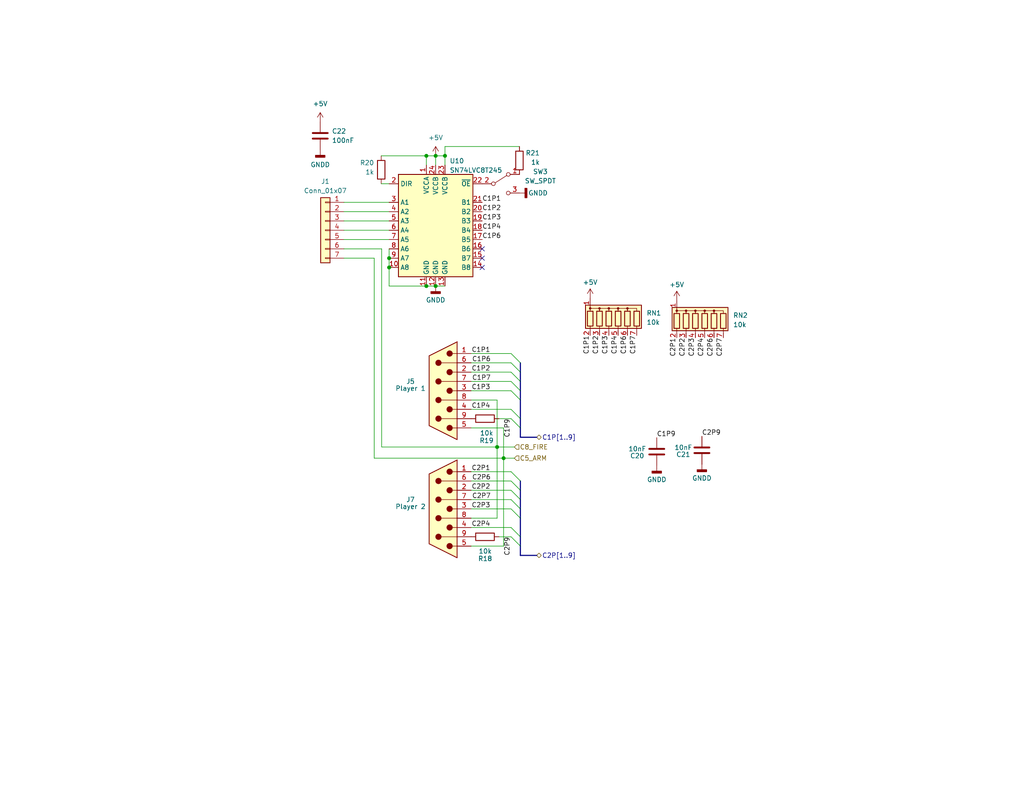
<source format=kicad_sch>
(kicad_sch (version 20230121) (generator eeschema)
  (paper "USLetter")
  (title_block (title "Mini Colecovision") (date "2024-03-25") (rev "1.0.0") (company "sparkletron") (comment 1 "Jay Convertino") (comment 2 "MIT LICENSE") (comment 3 "TARGET: Portable"))
  (lib_symbols
    (symbol "Connector:DB9_Male" (pin_names (offset 1.016) hide)
      (property "Reference" "J" (at 0 13.97 0))
      (property "Value" "DB9_Male" (at 0 -14.605 0))
      (symbol "DB9_Male_0_1"
        (circle (center -1.778 -10.16) (radius 0.762) (fill (type outline)))
        (circle (center -1.778 -5.08) (radius 0.762) (fill (type outline)))
        (circle (center -1.778 0) (radius 0.762) (fill (type outline)))
        (circle (center -1.778 5.08) (radius 0.762) (fill (type outline)))
        (circle (center -1.778 10.16) (radius 0.762) (fill (type outline)))
        (polyline (pts (xy -3.81 -10.16) (xy -2.54 -10.16)))
        (polyline (pts (xy -3.81 -7.62) (xy 0.508 -7.62)))
        (polyline (pts (xy -3.81 -5.08) (xy -2.54 -5.08)))
        (polyline (pts (xy -3.81 -2.54) (xy 0.508 -2.54)))
        (polyline (pts (xy -3.81 0) (xy -2.54 0)))
        (polyline (pts (xy -3.81 2.54) (xy 0.508 2.54)))
        (polyline (pts (xy -3.81 5.08) (xy -2.54 5.08)))
        (polyline (pts (xy -3.81 7.62) (xy 0.508 7.62)))
        (polyline (pts (xy -3.81 10.16) (xy -2.54 10.16)))
        (polyline (pts (xy -3.81 -13.335) (xy -3.81 13.335) (xy 3.81 9.525) (xy 3.81 -9.525) (xy -3.81 -13.335)) (stroke (width 0.254)) (fill (type background)))
        (circle (center 1.27 -7.62) (radius 0.762) (fill (type outline)))
        (circle (center 1.27 -2.54) (radius 0.762) (fill (type outline)))
        (circle (center 1.27 2.54) (radius 0.762) (fill (type outline)))
        (circle (center 1.27 7.62) (radius 0.762) (fill (type outline)))
      )
      (symbol "DB9_Male_1_1"
        (pin passive line (at -7.62 -10.16 0) (length 3.81) (name "1") (number "1"))
        (pin passive line (at -7.62 -5.08 0) (length 3.81) (name "2") (number "2"))
        (pin passive line (at -7.62 0 0) (length 3.81) (name "3") (number "3"))
        (pin passive line (at -7.62 5.08 0) (length 3.81) (name "4") (number "4"))
        (pin passive line (at -7.62 10.16 0) (length 3.81) (name "5") (number "5"))
        (pin passive line (at -7.62 -7.62 0) (length 3.81) (name "6") (number "6"))
        (pin passive line (at -7.62 -2.54 0) (length 3.81) (name "7") (number "7"))
        (pin passive line (at -7.62 2.54 0) (length 3.81) (name "8") (number "8"))
        (pin passive line (at -7.62 7.62 0) (length 3.81) (name "9") (number "9"))
      )
    )
    (symbol "Connector_Generic:Conn_01x07" (pin_names (offset 1.016) hide)
      (property "Reference" "J" (at 0 10.16 0))
      (property "Value" "Conn_01x07" (at 0 -10.16 0))
      (symbol "Conn_01x07_1_1"
        (rectangle (start -1.27 -7.493) (end 0 -7.747) (stroke (width 0.1524)))
        (rectangle (start -1.27 -4.953) (end 0 -5.207) (stroke (width 0.1524)))
        (rectangle (start -1.27 -2.413) (end 0 -2.667) (stroke (width 0.1524)))
        (rectangle (start -1.27 0.127) (end 0 -0.127) (stroke (width 0.1524)))
        (rectangle (start -1.27 2.667) (end 0 2.413) (stroke (width 0.1524)))
        (rectangle (start -1.27 5.207) (end 0 4.953) (stroke (width 0.1524)))
        (rectangle (start -1.27 7.747) (end 0 7.493) (stroke (width 0.1524)))
        (rectangle (start -1.27 8.89) (end 1.27 -8.89) (stroke (width 0.254)) (fill (type background)))
        (pin passive line (at -5.08 7.62 0) (length 3.81) (name "Pin_1") (number "1"))
        (pin passive line (at -5.08 5.08 0) (length 3.81) (name "Pin_2") (number "2"))
        (pin passive line (at -5.08 2.54 0) (length 3.81) (name "Pin_3") (number "3"))
        (pin passive line (at -5.08 0 0) (length 3.81) (name "Pin_4") (number "4"))
        (pin passive line (at -5.08 -2.54 0) (length 3.81) (name "Pin_5") (number "5"))
        (pin passive line (at -5.08 -5.08 0) (length 3.81) (name "Pin_6") (number "6"))
        (pin passive line (at -5.08 -7.62 0) (length 3.81) (name "Pin_7") (number "7"))
      )
    )
    (symbol "Device:C" (pin_numbers hide) (pin_names (offset 0.254))
      (property "Reference" "C" (at 0.635 2.54 0))
      (property "Value" "C" (at 0.635 -2.54 0))
      (symbol "C_0_1"
        (polyline (pts (xy -2.032 -0.762) (xy 2.032 -0.762)) (stroke (width 0.508)))
        (polyline (pts (xy -2.032 0.762) (xy 2.032 0.762)) (stroke (width 0.508)))
      )
      (symbol "C_1_1"
        (pin passive line (at 0 3.81 270) (length 2.794) (name "~") (number "1"))
        (pin passive line (at 0 -3.81 90) (length 2.794) (name "~") (number "2"))
      )
    )
    (symbol "Device:R" (pin_numbers hide) (pin_names (offset 0))
      (property "Reference" "R" (at 2.032 0 90))
      (property "Value" "R" (at 0 0 90))
      (symbol "R_0_1"
        (rectangle (start -1.016 -2.54) (end 1.016 2.54) (stroke (width 0.254)))
      )
      (symbol "R_1_1"
        (pin passive line (at 0 3.81 270) (length 1.27) (name "~") (number "1"))
        (pin passive line (at 0 -3.81 90) (length 1.27) (name "~") (number "2"))
      )
    )
    (symbol "Device:R_Network06" (pin_names (offset 0) hide)
      (property "Reference" "RN" (at -10.16 0 90))
      (property "Value" "R_Network06" (at 7.62 0 90))
      (symbol "R_Network06_0_1"
        (rectangle (start -8.89 -3.175) (end 6.35 3.175) (stroke (width 0.254)) (fill (type background)))
        (rectangle (start -8.382 1.524) (end -6.858 -2.54) (stroke (width 0.254)))
        (circle (center -7.62 2.286) (radius 0.254) (fill (type outline)))
        (rectangle (start -5.842 1.524) (end -4.318 -2.54) (stroke (width 0.254)))
        (circle (center -5.08 2.286) (radius 0.254) (fill (type outline)))
        (rectangle (start -3.302 1.524) (end -1.778 -2.54) (stroke (width 0.254)))
        (circle (center -2.54 2.286) (radius 0.254) (fill (type outline)))
        (rectangle (start -0.762 1.524) (end 0.762 -2.54) (stroke (width 0.254)))
        (polyline (pts (xy -7.62 -2.54) (xy -7.62 -3.81)))
        (polyline (pts (xy -5.08 -2.54) (xy -5.08 -3.81)))
        (polyline (pts (xy -2.54 -2.54) (xy -2.54 -3.81)))
        (polyline (pts (xy 0 -2.54) (xy 0 -3.81)))
        (polyline (pts (xy 2.54 -2.54) (xy 2.54 -3.81)))
        (polyline (pts (xy 5.08 -2.54) (xy 5.08 -3.81)))
        (polyline (pts (xy -7.62 1.524) (xy -7.62 2.286) (xy -5.08 2.286) (xy -5.08 1.524)))
        (polyline (pts (xy -5.08 1.524) (xy -5.08 2.286) (xy -2.54 2.286) (xy -2.54 1.524)))
        (polyline (pts (xy -2.54 1.524) (xy -2.54 2.286) (xy 0 2.286) (xy 0 1.524)))
        (polyline (pts (xy 0 1.524) (xy 0 2.286) (xy 2.54 2.286) (xy 2.54 1.524)))
        (polyline (pts (xy 2.54 1.524) (xy 2.54 2.286) (xy 5.08 2.286) (xy 5.08 1.524)))
        (circle (center 0 2.286) (radius 0.254) (fill (type outline)))
        (rectangle (start 1.778 1.524) (end 3.302 -2.54) (stroke (width 0.254)))
        (circle (center 2.54 2.286) (radius 0.254) (fill (type outline)))
        (rectangle (start 4.318 1.524) (end 5.842 -2.54) (stroke (width 0.254)))
      )
      (symbol "R_Network06_1_1"
        (pin passive line (at -7.62 5.08 270) (length 2.54) (name "common") (number "1"))
        (pin passive line (at -7.62 -5.08 90) (length 1.27) (name "R1") (number "2"))
        (pin passive line (at -5.08 -5.08 90) (length 1.27) (name "R2") (number "3"))
        (pin passive line (at -2.54 -5.08 90) (length 1.27) (name "R3") (number "4"))
        (pin passive line (at 0 -5.08 90) (length 1.27) (name "R4") (number "5"))
        (pin passive line (at 2.54 -5.08 90) (length 1.27) (name "R5") (number "6"))
        (pin passive line (at 5.08 -5.08 90) (length 1.27) (name "R6") (number "7"))
      )
    )
    (symbol "Logic_Level_Translator:SN74LVC8T245"
      (property "Reference" "U" (at -8.89 13.97 0))
      (property "Value" "SN74LVC8T245" (at 12.7 13.97 0))
      (symbol "SN74LVC8T245_0_1"
        (rectangle (start -10.16 12.7) (end 10.16 -15.24) (stroke (width 0.254)) (fill (type background)))
      )
      (symbol "SN74LVC8T245_1_1"
        (pin power_in line (at -2.54 15.24 270) (length 2.54) (name "VCCA") (number "1"))
        (pin bidirectional line (at -12.7 -12.7 0) (length 2.54) (name "A8") (number "10"))
        (pin power_in line (at -2.54 -17.78 90) (length 2.54) (name "GND") (number "11"))
        (pin passive line (at 0 -17.78 90) (length 2.54) hide (name "GND") (number "12"))
        (pin power_in line (at 0 -17.78 90) (length 2.54) (name "GND") (number "12"))
        (pin passive line (at 0 -17.78 90) (length 2.54) hide (name "GND") (number "13"))
        (pin power_in line (at 2.54 -17.78 90) (length 2.54) (name "GND") (number "13"))
        (pin bidirectional line (at 12.7 -12.7 180) (length 2.54) (name "B8") (number "14"))
        (pin bidirectional line (at 12.7 -10.16 180) (length 2.54) (name "B7") (number "15"))
        (pin bidirectional line (at 12.7 -7.62 180) (length 2.54) (name "B6") (number "16"))
        (pin bidirectional line (at 12.7 -5.08 180) (length 2.54) (name "B5") (number "17"))
        (pin bidirectional line (at 12.7 -2.54 180) (length 2.54) (name "B4") (number "18"))
        (pin bidirectional line (at 12.7 0 180) (length 2.54) (name "B3") (number "19"))
        (pin input line (at -12.7 10.16 0) (length 2.54) (name "DIR") (number "2"))
        (pin bidirectional line (at 12.7 2.54 180) (length 2.54) (name "B2") (number "20"))
        (pin bidirectional line (at 12.7 5.08 180) (length 2.54) (name "B1") (number "21"))
        (pin input line (at 12.7 10.16 180) (length 2.54) (name "~{OE}") (number "22"))
        (pin power_in line (at 2.54 15.24 270) (length 2.54) (name "VCCB") (number "23"))
        (pin power_in line (at 0 15.24 270) (length 2.54) (name "VCCB") (number "24"))
        (pin bidirectional line (at -12.7 5.08 0) (length 2.54) (name "A1") (number "3"))
        (pin bidirectional line (at -12.7 2.54 0) (length 2.54) (name "A2") (number "4"))
        (pin bidirectional line (at -12.7 0 0) (length 2.54) (name "A3") (number "5"))
        (pin bidirectional line (at -12.7 -2.54 0) (length 2.54) (name "A4") (number "6"))
        (pin bidirectional line (at -12.7 -5.08 0) (length 2.54) (name "A5") (number "7"))
        (pin bidirectional line (at -12.7 -7.62 0) (length 2.54) (name "A6") (number "8"))
        (pin bidirectional line (at -12.7 -10.16 0) (length 2.54) (name "A7") (number "9"))
      )
    )
    (symbol "Switch:SW_SPDT" (pin_names (offset 0) hide)
      (property "Reference" "SW" (at 0 4.318 0))
      (property "Value" "SW_SPDT" (at 0 -5.08 0))
      (symbol "SW_SPDT_0_0"
        (circle (center -2.032 0) (radius 0.508))
        (circle (center 2.032 -2.54) (radius 0.508))
      )
      (symbol "SW_SPDT_0_1"
        (polyline (pts (xy -1.524 0.254) (xy 1.651 2.286)))
        (circle (center 2.032 2.54) (radius 0.508))
      )
      (symbol "SW_SPDT_1_1"
        (pin passive line (at 5.08 2.54 180) (length 2.54) (name "A") (number "1"))
        (pin passive line (at -5.08 0 0) (length 2.54) (name "B") (number "2"))
        (pin passive line (at 5.08 -2.54 180) (length 2.54) (name "C") (number "3"))
      )
    )
    (symbol "power:+5V" (power) (pin_names (offset 0))
      (property "Value" "+5V" (at 0 3.556 0))
      (symbol "+5V_0_1"
        (polyline (pts (xy -0.762 1.27) (xy 0 2.54)))
        (polyline (pts (xy 0 0) (xy 0 2.54)))
        (polyline (pts (xy 0 2.54) (xy 0.762 1.27)))
      )
      (symbol "+5V_1_1"
        (pin power_in line (at 0 0 90) (length 0) hide (name "+5V") (number "1"))
      )
    )
    (symbol "power:GNDD" (power) (pin_names (offset 0))
      (property "Value" "GNDD" (at 0 -3.175 0))
      (symbol "GNDD_0_1"
        (rectangle (start -1.27 -1.524) (end 1.27 -2.032) (stroke (width 0.254)) (fill (type outline)))
        (polyline (pts (xy 0 0) (xy 0 -1.524)))
      )
      (symbol "GNDD_1_1"
        (pin power_in line (at 0 0 270) (length 0) hide (name "GNDD") (number "1"))
      )
    )
  )
  (junction (at 137.414 125.095))
  (junction (at 106.172 73.025))
  (junction (at 116.332 42.545))
  (junction (at 135.636 122.047))
  (junction (at 118.872 78.105))
  (junction (at 116.332 78.105))
  (junction (at 106.172 70.485))
  (junction (at 121.412 42.545))
  (junction (at 118.872 42.545))
  (no_connect (at 131.572 67.945))
  (no_connect (at 131.572 73.025))
  (no_connect (at 131.572 70.485))
  (bus_entry (at 139.446 99.06) (size 2.54 2.54))
  (bus_entry (at 139.446 96.52) (size 2.54 2.54))
  (bus_entry (at 139.446 138.938) (size 2.54 2.54))
  (bus_entry (at 139.446 101.6) (size 2.54 2.54))
  (bus_entry (at 139.446 106.68) (size 2.54 2.54))
  (bus_entry (at 139.446 136.398) (size 2.54 2.54))
  (bus_entry (at 139.446 104.14) (size 2.54 2.54))
  (bus_entry (at 139.446 144.018) (size 2.54 2.54))
  (bus_entry (at 139.446 114.3) (size 2.54 2.54))
  (bus_entry (at 139.446 133.858) (size 2.54 2.54))
  (bus_entry (at 139.446 111.76) (size 2.54 2.54))
  (bus_entry (at 139.446 128.778) (size 2.54 2.54))
  (bus_entry (at 139.446 131.318) (size 2.54 2.54))
  (bus_entry (at 139.446 146.558) (size 2.54 2.54))
  (wire (pts (xy 141.732 40.005) (xy 121.412 40.005)))
  (bus (pts (xy 141.986 133.858) (xy 141.986 136.398)))
  (bus (pts (xy 141.986 136.398) (xy 141.986 138.938)))
  (wire (pts (xy 128.524 144.018) (xy 139.446 144.018)))
  (wire (pts (xy 106.172 67.945) (xy 106.172 70.485)))
  (wire (pts (xy 116.332 78.105) (xy 118.872 78.105)))
  (wire (pts (xy 128.524 116.84) (xy 137.414 116.84)))
  (wire (pts (xy 102.108 125.095) (xy 102.108 70.485)))
  (bus (pts (xy 141.986 109.22) (xy 141.986 114.3)))
  (wire (pts (xy 116.332 42.545) (xy 116.332 45.085)))
  (wire (pts (xy 128.524 131.318) (xy 139.446 131.318)))
  (wire (pts (xy 104.14 67.945) (xy 104.14 122.047)))
  (wire (pts (xy 135.636 109.22) (xy 135.636 122.047)))
  (wire (pts (xy 128.524 101.6) (xy 139.446 101.6)))
  (bus (pts (xy 141.986 104.14) (xy 141.986 106.68)))
  (bus (pts (xy 141.986 131.318) (xy 141.986 133.858)))
  (wire (pts (xy 135.636 122.047) (xy 135.636 141.478)))
  (wire (pts (xy 121.412 40.005) (xy 121.412 42.545)))
  (wire (pts (xy 93.853 60.325) (xy 106.172 60.325)))
  (wire (pts (xy 128.524 111.76) (xy 139.446 111.76)))
  (wire (pts (xy 128.524 141.478) (xy 135.636 141.478)))
  (bus (pts (xy 141.986 101.6) (xy 141.986 104.14)))
  (bus (pts (xy 141.986 151.638) (xy 146.431 151.638)))
  (bus (pts (xy 141.986 146.558) (xy 141.986 149.098)))
  (bus (pts (xy 141.986 119.38) (xy 146.431 119.38)))
  (wire (pts (xy 128.524 133.858) (xy 139.446 133.858)))
  (wire (pts (xy 93.853 57.785) (xy 106.172 57.785)))
  (bus (pts (xy 141.986 149.098) (xy 141.986 151.638)))
  (bus (pts (xy 141.986 114.3) (xy 141.986 116.84)))
  (wire (pts (xy 137.414 125.095) (xy 102.108 125.095)))
  (wire (pts (xy 137.414 116.84) (xy 137.414 125.095)))
  (wire (pts (xy 106.172 73.025) (xy 106.172 78.105)))
  (wire (pts (xy 104.14 122.047) (xy 135.636 122.047)))
  (wire (pts (xy 135.636 122.047) (xy 140.335 122.047)))
  (wire (pts (xy 104.013 50.165) (xy 106.172 50.165)))
  (wire (pts (xy 128.524 99.06) (xy 139.446 99.06)))
  (wire (pts (xy 136.144 146.558) (xy 139.446 146.558)))
  (bus (pts (xy 141.986 99.06) (xy 141.986 101.6)))
  (wire (pts (xy 128.524 104.14) (xy 139.446 104.14)))
  (wire (pts (xy 116.332 78.105) (xy 106.172 78.105)))
  (bus (pts (xy 141.986 106.68) (xy 141.986 109.22)))
  (wire (pts (xy 102.108 70.485) (xy 93.853 70.485)))
  (wire (pts (xy 128.524 106.68) (xy 139.446 106.68)))
  (bus (pts (xy 141.986 138.938) (xy 141.986 141.478)))
  (wire (pts (xy 135.636 109.22) (xy 128.524 109.22)))
  (wire (pts (xy 128.524 136.398) (xy 139.446 136.398)))
  (wire (pts (xy 137.414 125.095) (xy 137.414 149.098)))
  (wire (pts (xy 128.524 96.52) (xy 139.446 96.52)))
  (bus (pts (xy 141.986 116.84) (xy 141.986 119.38)))
  (wire (pts (xy 106.172 70.485) (xy 106.172 73.025)))
  (wire (pts (xy 121.412 42.545) (xy 121.412 45.085)))
  (wire (pts (xy 93.853 62.865) (xy 106.172 62.865)))
  (bus (pts (xy 141.986 141.478) (xy 141.986 146.558)))
  (wire (pts (xy 118.872 78.105) (xy 121.412 78.105)))
  (wire (pts (xy 93.853 65.405) (xy 106.172 65.405)))
  (wire (pts (xy 93.853 67.945) (xy 104.14 67.945)))
  (wire (pts (xy 128.524 138.938) (xy 139.446 138.938)))
  (wire (pts (xy 128.524 128.778) (xy 139.446 128.778)))
  (wire (pts (xy 116.332 42.545) (xy 118.872 42.545)))
  (wire (pts (xy 136.144 114.3) (xy 139.446 114.3)))
  (wire (pts (xy 118.872 42.545) (xy 121.412 42.545)))
  (wire (pts (xy 128.524 149.098) (xy 137.414 149.098)))
  (wire (pts (xy 93.853 55.245) (xy 106.172 55.245)))
  (wire (pts (xy 137.414 125.095) (xy 140.335 125.095)))
  (wire (pts (xy 118.872 42.545) (xy 118.872 45.085)))
  (wire (pts (xy 104.013 42.545) (xy 116.332 42.545)))
  (label "C2P1" (at 184.658 92.202 270))
  (label "C1P4" (at 128.651 111.76 0))
  (label "C1P7" (at 128.778 104.14 0))
  (label "C2P3" (at 189.738 92.202 270))
  (label "C2P1" (at 128.651 128.778 0))
  (label "C2P4" (at 192.278 92.202 270))
  (label "C1P2" (at 131.572 57.785 0))
  (label "C1P3" (at 166.116 91.567 270))
  (label "C1P2" (at 128.651 101.6 0))
  (label "C1P1" (at 128.651 96.52 0))
  (label "C2P3" (at 128.651 138.938 0))
  (label "C1P1" (at 161.036 91.567 270))
  (label "C1P6" (at 131.572 65.405 0))
  (label "C1P4" (at 131.572 62.865 0))
  (label "C1P1" (at 131.572 55.245 0))
  (label "C2P2" (at 187.198 92.202 270))
  (label "C2P4" (at 128.651 144.018 0))
  (label "C1P9" (at 179.197 119.507 0))
  (label "C1P6" (at 128.778 99.06 0))
  (label "C1P3" (at 128.651 106.68 0))
  (label "C2P9" (at 139.446 146.558 270))
  (label "C1P9" (at 139.446 114.3 270))
  (label "C2P2" (at 128.651 133.858 0))
  (label "C1P2" (at 163.576 91.567 270))
  (label "C2P7" (at 128.778 136.398 0))
  (label "C2P9" (at 191.516 119.126 0))
  (label "C2P6" (at 128.778 131.318 0))
  (label "C1P3" (at 131.572 60.325 0))
  (label "C2P6" (at 194.818 92.202 270))
  (label "C1P7" (at 173.736 91.567 270))
  (label "C1P6" (at 171.196 91.567 270))
  (label "C2P7" (at 197.358 92.202 270))
  (label "C1P4" (at 168.656 91.567 270))
  (hierarchical_label "C2P[1..9]" (shape bidirectional) (at 146.431 151.638 0))
  (hierarchical_label "C8_FIRE" (shape input) (at 140.335 122.047 0))
  (hierarchical_label "C1P[1..9]" (shape bidirectional) (at 146.431 119.38 0))
  (hierarchical_label "C5_ARM" (shape input) (at 140.335 125.095 0))
  (symbol (lib_id "power:GNDD") (at 141.732 52.705 90) (unit 1)
    (property "Reference" "#PWR081" (effects hide))
    (property "Value" "GNDD" (at 146.812 52.705 90))
  )
  (symbol (lib_id "Connector:DB9_Male") (at 120.904 138.938 180) (unit 1)
    (property "Reference" "J7" (at 112.014 136.398 0))
    (property "Value" "Player 2" (at 112.014 138.303 0))
    (property "Footprint" "Connector_Dsub:DSUB-9_Male_Horizontal_P2.77x2.84mm_EdgePinOffset7.70mm_Housed_MountingHolesOffset9.12mm" (effects hide))
    (property "Datasheet" " ~" (effects hide))
  )
  (symbol (lib_id "power:+5V") (at 161.036 81.407 0) (unit 1)
    (property "Reference" "#PWR078" (effects hide))
    (property "Value" "+5V" (at 161.036 77.089 0))
  )
  (symbol (lib_id "Device:C") (at 191.516 122.936 0) (unit 1)
    (property "Reference" "C21" (at 186.436 124.079 0))
    (property "Value" "10nF" (at 186.436 122.174 0))
    (property "Footprint" "Capacitor_THT:C_Disc_D7.0mm_W2.5mm_P5.00mm" (effects hide))
  )
  (symbol (lib_id "power:GNDD") (at 191.516 126.746 0) (unit 1)
    (property "Reference" "#PWR03" (effects hide))
    (property "Value" "GNDD" (at 191.516 130.556 0))
  )
  (symbol (lib_id "power:GNDD") (at 179.197 127.127 0) (unit 1)
    (property "Reference" "#PWR04" (effects hide))
    (property "Value" "GNDD" (at 179.197 130.937 0))
  )
  (symbol (lib_id "power:GNDD") (at 87.376 40.894 0) (unit 1)
    (property "Reference" "#PWR083" (effects hide))
    (property "Value" "GNDD" (at 87.376 44.958 0))
  )
  (symbol (lib_id "power:+5V") (at 118.872 42.545 0) (unit 1)
    (property "Reference" "#PWR080" (effects hide))
    (property "Value" "+5V" (at 118.872 37.592 0))
  )
  (symbol (lib_id "Device:R") (at 141.732 43.815 180) (unit 1)
    (property "Reference" "R21" (at 147.32 41.783 0) (effects (justify left)))
    (property "Value" "1k" (at 147.32 44.323 0) (effects (justify left)))
    (property "Footprint" "Resistor_THT:R_Axial_DIN0207_L6.3mm_D2.5mm_P10.16mm_Horizontal" (effects hide))
  )
  (symbol (lib_id "Device:R") (at 132.334 114.3 90) (unit 1)
    (property "Reference" "R19" (at 130.81 120.269 90) (effects (justify right)))
    (property "Value" "10k" (at 130.937 118.237 90) (effects (justify right)))
    (property "Footprint" "Resistor_THT:R_Axial_DIN0207_L6.3mm_D2.5mm_P10.16mm_Horizontal" (effects hide))
  )
  (symbol (lib_id "Switch:SW_SPDT") (at 136.652 50.165 0) (unit 1)
    (property "Reference" "SW3" (at 147.447 46.863 0))
    (property "Value" "SW_SPDT" (at 147.447 49.403 0))
    (property "Footprint" "Switches_THT:SW_CuK_OS102011MA1QN1_SPDT_Angled" (effects hide))
  )
  (symbol (lib_id "Device:R_Network06") (at 192.278 87.122 0) (unit 1)
    (property "Reference" "RN2" (at 200.025 86.106 0) (effects (justify left)))
    (property "Value" "10k" (at 200.025 88.646 0) (effects (justify left)))
    (property "Footprint" "Resistor_THT:R_Array_SIP7" (effects hide))
    (property "Datasheet" "http://www.vishay.com/docs/31509/csc.pdf" (effects hide))
  )
  (symbol (lib_id "power:+5V") (at 87.376 33.274 0) (unit 1)
    (property "Reference" "#PWR082" (effects hide))
    (property "Value" "+5V" (at 87.376 28.321 0))
  )
  (symbol (lib_id "Device:C") (at 179.197 123.317 0) (unit 1)
    (property "Reference" "C20" (at 173.863 124.46 0))
    (property "Value" "10nF" (at 173.863 122.555 0))
    (property "Footprint" "Capacitor_THT:C_Disc_D7.0mm_W2.5mm_P5.00mm" (effects hide))
  )
  (symbol (lib_id "Device:R_Network06") (at 168.656 86.487 0) (unit 1)
    (property "Reference" "RN1" (at 176.403 85.471 0) (effects (justify left)))
    (property "Value" "10k" (at 176.403 88.011 0) (effects (justify left)))
    (property "Footprint" "Resistor_THT:R_Array_SIP7" (effects hide))
    (property "Datasheet" "http://www.vishay.com/docs/31509/csc.pdf" (effects hide))
  )
  (symbol (lib_id "Connector_Generic:Conn_01x07") (at 88.773 62.865 0) (mirror y) (unit 1)
    (property "Reference" "J1" (at 88.773 49.53 0))
    (property "Value" "Conn_01x07" (at 88.773 52.07 0))
    (property "Footprint" "Connector_PinHeader_2.54mm:PinHeader_1x07_P2.54mm_Vertical" (effects hide))
  )
  (symbol (lib_id "Connector:DB9_Male") (at 120.904 106.68 180) (unit 1)
    (property "Reference" "J5" (at 112.014 104.14 0))
    (property "Value" "Player 1" (at 112.014 106.045 0))
    (property "Footprint" "Connector_Dsub:DSUB-9_Male_Horizontal_P2.77x2.84mm_EdgePinOffset7.70mm_Housed_MountingHolesOffset9.12mm" (effects hide))
    (property "Datasheet" " ~" (effects hide))
  )
  (symbol (lib_id "Device:C") (at 87.376 37.084 0) (unit 1)
    (property "Reference" "C22" (at 90.551 35.814 0) (effects (justify left)))
    (property "Value" "100nF" (at 90.551 38.354 0) (effects (justify left)))
    (property "Footprint" "Capacitor_SMD:C_1206_3216Metric" (effects hide))
  )
  (symbol (lib_id "Logic_Level_Translator:SN74LVC8T245") (at 118.872 60.325 0) (unit 1)
    (property "Reference" "U10" (at 122.682 43.942 0) (effects (justify left)))
    (property "Value" "SN74LVC8T245" (at 122.682 46.482 0) (effects (justify left)))
    (property "Footprint" "Package_SO:TSSOP-24_4.4x7.8mm_P0.65mm" (effects hide))
  )
  (symbol (lib_id "Device:R") (at 132.334 146.558 90) (unit 1)
    (property "Reference" "R18" (at 130.429 152.527 90) (effects (justify right)))
    (property "Value" "10k" (at 130.556 150.495 90) (effects (justify right)))
    (property "Footprint" "Resistor_THT:R_Axial_DIN0207_L6.3mm_D2.5mm_P10.16mm_Horizontal" (effects hide))
  )
  (symbol (lib_id "power:+5V") (at 184.658 82.042 0) (unit 1)
    (property "Reference" "#PWR079" (effects hide))
    (property "Value" "+5V" (at 184.658 77.724 0))
  )
  (symbol (lib_id "Device:R") (at 104.013 46.355 180) (unit 1)
    (property "Reference" "R20" (at 102.108 44.45 0) (effects (justify left)))
    (property "Value" "1k" (at 102.108 46.99 0) (effects (justify left)))
    (property "Footprint" "Resistor_SMD:R_0805_2012Metric" (effects hide))
  )
  (symbol (lib_id "power:GNDD") (at 118.872 78.105 0) (unit 1)
    (property "Reference" "#PWR05" (effects hide))
    (property "Value" "GNDD" (at 118.872 81.915 0))
  )
)
</source>
